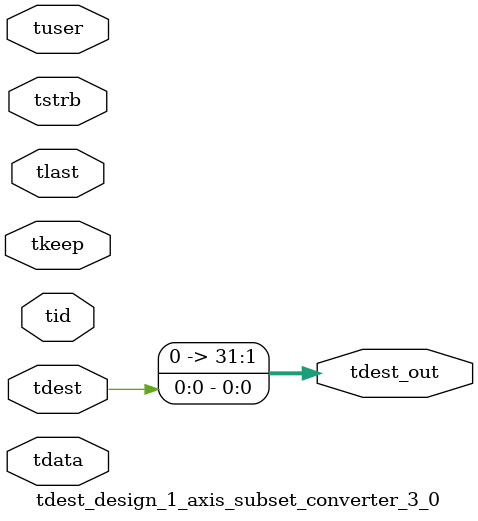
<source format=v>


`timescale 1ps/1ps

module tdest_design_1_axis_subset_converter_3_0 #
(
parameter C_S_AXIS_TDATA_WIDTH = 32,
parameter C_S_AXIS_TUSER_WIDTH = 0,
parameter C_S_AXIS_TID_WIDTH   = 0,
parameter C_S_AXIS_TDEST_WIDTH = 0,
parameter C_M_AXIS_TDEST_WIDTH = 32
)
(
input  [(C_S_AXIS_TDATA_WIDTH == 0 ? 1 : C_S_AXIS_TDATA_WIDTH)-1:0     ] tdata,
input  [(C_S_AXIS_TUSER_WIDTH == 0 ? 1 : C_S_AXIS_TUSER_WIDTH)-1:0     ] tuser,
input  [(C_S_AXIS_TID_WIDTH   == 0 ? 1 : C_S_AXIS_TID_WIDTH)-1:0       ] tid,
input  [(C_S_AXIS_TDEST_WIDTH == 0 ? 1 : C_S_AXIS_TDEST_WIDTH)-1:0     ] tdest,
input  [(C_S_AXIS_TDATA_WIDTH/8)-1:0 ] tkeep,
input  [(C_S_AXIS_TDATA_WIDTH/8)-1:0 ] tstrb,
input                                                                    tlast,
output [C_M_AXIS_TDEST_WIDTH-1:0] tdest_out
);

assign tdest_out = {tdest[0:0]};

endmodule


</source>
